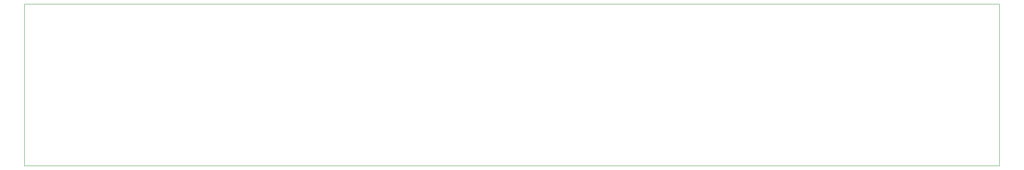
<source format=gm1>
G04 #@! TF.FileFunction,Profile,NP*
%FSLAX46Y46*%
G04 Gerber Fmt 4.6, Leading zero omitted, Abs format (unit mm)*
G04 Created by KiCad (PCBNEW 4.0.7) date 05/08/18 23:55:34*
%MOMM*%
%LPD*%
G01*
G04 APERTURE LIST*
%ADD10C,0.100000*%
%ADD11C,0.150000*%
G04 APERTURE END LIST*
D10*
D11*
X433000000Y-170500000D02*
X429000000Y-170500000D01*
X433000000Y-239500000D02*
X429000000Y-239500000D01*
X433000000Y-170500000D02*
X433000000Y-202000000D01*
X18000000Y-170500000D02*
X429000000Y-170500000D01*
X18000000Y-239500000D02*
X18000000Y-170500000D01*
X429000000Y-239500000D02*
X18000000Y-239500000D01*
X433000000Y-202000000D02*
X433000000Y-239500000D01*
M02*

</source>
